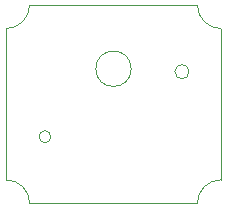
<source format=gm1>
G04 #@! TF.GenerationSoftware,KiCad,Pcbnew,8.0.8*
G04 #@! TF.CreationDate,2025-02-24T20:20:40+01:00*
G04 #@! TF.ProjectId,amoeba-ulp,616d6f65-6261-42d7-956c-702e6b696361,rev?*
G04 #@! TF.SameCoordinates,Original*
G04 #@! TF.FileFunction,Profile,NP*
%FSLAX46Y46*%
G04 Gerber Fmt 4.6, Leading zero omitted, Abs format (unit mm)*
G04 Created by KiCad (PCBNEW 8.0.8) date 2025-02-24 20:20:40*
%MOMM*%
%LPD*%
G01*
G04 APERTURE LIST*
G04 #@! TA.AperFunction,Profile*
%ADD10C,0.100000*%
G04 #@! TD*
G04 APERTURE END LIST*
D10*
X114200000Y-114800000D02*
G75*
G02*
X116200000Y-112800000I2000000J0D01*
G01*
X100000000Y-98000000D02*
G75*
G02*
X98000000Y-100000000I-2000000J0D01*
G01*
X98000000Y-100000000D02*
X98000000Y-112800000D01*
X98000000Y-112800000D02*
G75*
G02*
X100000000Y-114800000I0J-2000000D01*
G01*
X116200000Y-100000000D02*
G75*
G02*
X114200000Y-98000000I0J2000000D01*
G01*
X114200000Y-98000000D02*
X100000000Y-98000000D01*
X108600000Y-103400000D02*
G75*
G02*
X105600000Y-103400000I-1500000J0D01*
G01*
X105600000Y-103400000D02*
G75*
G02*
X108600000Y-103400000I1500000J0D01*
G01*
X116200000Y-112800000D02*
X116200000Y-100000000D01*
X100000000Y-114800000D02*
X114200000Y-114800000D01*
X101800000Y-109150000D02*
G75*
G02*
X100800000Y-109150000I-500000J0D01*
G01*
X100800000Y-109150000D02*
G75*
G02*
X101800000Y-109150000I500000J0D01*
G01*
X113500000Y-103650000D02*
G75*
G02*
X112300000Y-103650000I-600000J0D01*
G01*
X112300000Y-103650000D02*
G75*
G02*
X113500000Y-103650000I600000J0D01*
G01*
M02*

</source>
